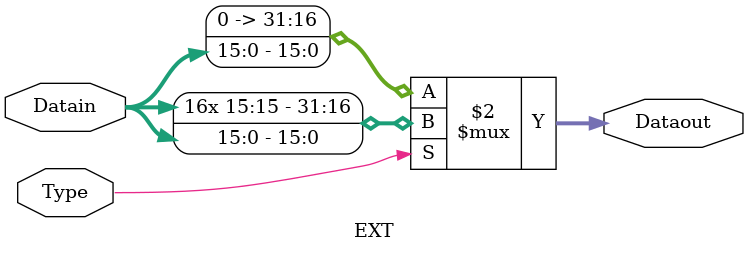
<source format=v>
`timescale 1ns / 1ps
module EXT(
	input Type,
	input [15:0] Datain,
	output [31:0] Dataout
    );
	
	assign Dataout = Type == 1 ? {{16{Datain[15]}},Datain} : {16'h0,Datain};


endmodule

</source>
